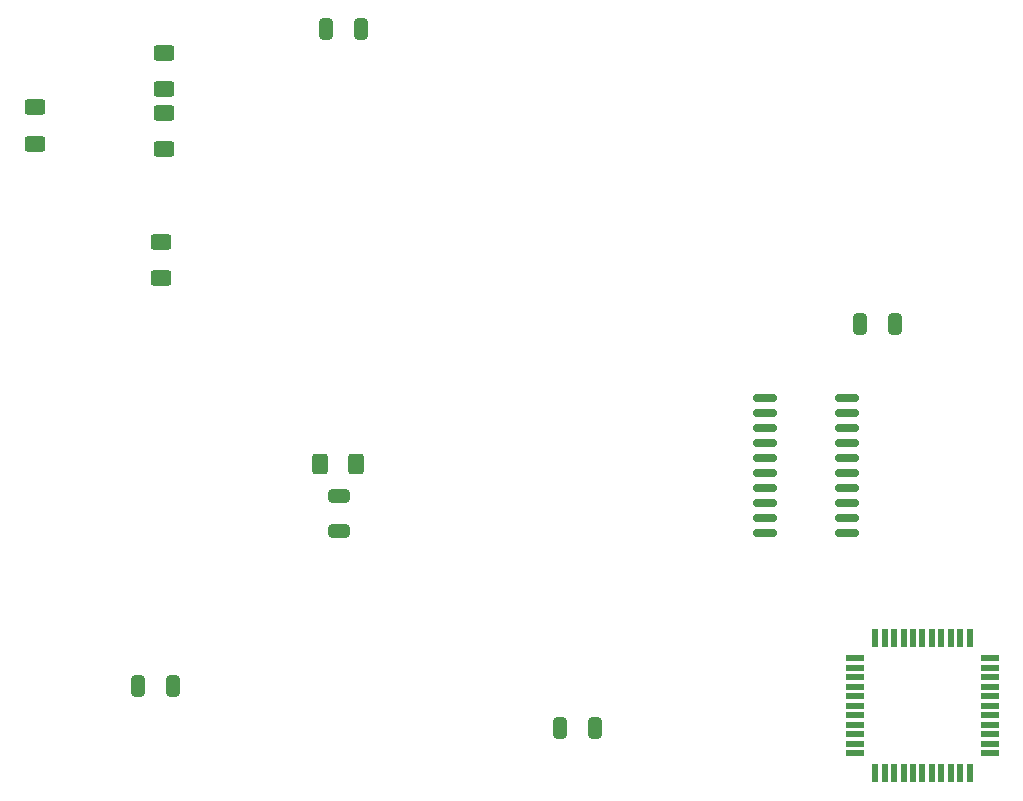
<source format=gbr>
%TF.GenerationSoftware,KiCad,Pcbnew,7.0.5-7.0.5~ubuntu20.04.1*%
%TF.CreationDate,2023-07-18T19:18:07+02:00*%
%TF.ProjectId,UC2_synertek_KTM2,5543325f-7379-46e6-9572-74656b5f4b54,rev?*%
%TF.SameCoordinates,Original*%
%TF.FileFunction,Paste,Top*%
%TF.FilePolarity,Positive*%
%FSLAX46Y46*%
G04 Gerber Fmt 4.6, Leading zero omitted, Abs format (unit mm)*
G04 Created by KiCad (PCBNEW 7.0.5-7.0.5~ubuntu20.04.1) date 2023-07-18 19:18:07*
%MOMM*%
%LPD*%
G01*
G04 APERTURE LIST*
G04 Aperture macros list*
%AMRoundRect*
0 Rectangle with rounded corners*
0 $1 Rounding radius*
0 $2 $3 $4 $5 $6 $7 $8 $9 X,Y pos of 4 corners*
0 Add a 4 corners polygon primitive as box body*
4,1,4,$2,$3,$4,$5,$6,$7,$8,$9,$2,$3,0*
0 Add four circle primitives for the rounded corners*
1,1,$1+$1,$2,$3*
1,1,$1+$1,$4,$5*
1,1,$1+$1,$6,$7*
1,1,$1+$1,$8,$9*
0 Add four rect primitives between the rounded corners*
20,1,$1+$1,$2,$3,$4,$5,0*
20,1,$1+$1,$4,$5,$6,$7,0*
20,1,$1+$1,$6,$7,$8,$9,0*
20,1,$1+$1,$8,$9,$2,$3,0*%
G04 Aperture macros list end*
%ADD10RoundRect,0.150000X-0.837500X-0.150000X0.837500X-0.150000X0.837500X0.150000X-0.837500X0.150000X0*%
%ADD11RoundRect,0.250000X-0.650000X0.325000X-0.650000X-0.325000X0.650000X-0.325000X0.650000X0.325000X0*%
%ADD12RoundRect,0.250000X0.400000X0.625000X-0.400000X0.625000X-0.400000X-0.625000X0.400000X-0.625000X0*%
%ADD13RoundRect,0.250000X-0.625000X0.400000X-0.625000X-0.400000X0.625000X-0.400000X0.625000X0.400000X0*%
%ADD14RoundRect,0.250000X-0.325000X-0.650000X0.325000X-0.650000X0.325000X0.650000X-0.325000X0.650000X0*%
%ADD15RoundRect,0.250000X0.325000X0.650000X-0.325000X0.650000X-0.325000X-0.650000X0.325000X-0.650000X0*%
%ADD16RoundRect,0.250000X0.625000X-0.400000X0.625000X0.400000X-0.625000X0.400000X-0.625000X-0.400000X0*%
%ADD17R,0.550000X1.500000*%
%ADD18R,1.500000X0.550000*%
G04 APERTURE END LIST*
D10*
%TO.C,U4*%
X164736300Y-92913200D03*
X164736300Y-94183200D03*
X164736300Y-95453200D03*
X164736300Y-96723200D03*
X164736300Y-97993200D03*
X164736300Y-99263200D03*
X164736300Y-100533200D03*
X164736300Y-101803200D03*
X164736300Y-103073200D03*
X164736300Y-104343200D03*
X171661300Y-104343200D03*
X171661300Y-103073200D03*
X171661300Y-101803200D03*
X171661300Y-100533200D03*
X171661300Y-99263200D03*
X171661300Y-97993200D03*
X171661300Y-96723200D03*
X171661300Y-95453200D03*
X171661300Y-94183200D03*
X171661300Y-92913200D03*
%TD*%
D11*
%TO.C,C5*%
X128593800Y-101266200D03*
X128593800Y-104216200D03*
%TD*%
D12*
%TO.C,R6*%
X130100000Y-98552000D03*
X127000000Y-98552000D03*
%TD*%
D13*
%TO.C,R17*%
X113792000Y-68782000D03*
X113792000Y-71882000D03*
%TD*%
%TO.C,R1*%
X102870000Y-68326000D03*
X102870000Y-71426000D03*
%TD*%
D14*
%TO.C,C4*%
X172770400Y-86700600D03*
X175720400Y-86700600D03*
%TD*%
D15*
%TO.C,C6*%
X130458000Y-61722000D03*
X127508000Y-61722000D03*
%TD*%
D16*
%TO.C,R8*%
X113538000Y-82804000D03*
X113538000Y-79704000D03*
%TD*%
D15*
%TO.C,C10*%
X150319000Y-120904000D03*
X147369000Y-120904000D03*
%TD*%
D13*
%TO.C,R20*%
X113792000Y-63702000D03*
X113792000Y-66802000D03*
%TD*%
D17*
%TO.C,U1*%
X174029000Y-124694805D03*
X174829000Y-124694805D03*
X175629000Y-124694805D03*
X176429000Y-124694805D03*
X177229000Y-124694805D03*
X178029000Y-124694805D03*
X178829000Y-124694805D03*
X179629000Y-124694805D03*
X180429000Y-124694805D03*
X181229000Y-124694805D03*
X182029000Y-124694805D03*
D18*
X183729000Y-122994805D03*
X183729000Y-122194805D03*
X183729000Y-121394805D03*
X183729000Y-120594805D03*
X183729000Y-119794805D03*
X183729000Y-118994805D03*
X183729000Y-118194805D03*
X183729000Y-117394805D03*
X183729000Y-116594805D03*
X183729000Y-115794805D03*
X183729000Y-114994805D03*
D17*
X182029000Y-113294805D03*
X181229000Y-113294805D03*
X180429000Y-113294805D03*
X179629000Y-113294805D03*
X178829000Y-113294805D03*
X178029000Y-113294805D03*
X177229000Y-113294805D03*
X176429000Y-113294805D03*
X175629000Y-113294805D03*
X174829000Y-113294805D03*
X174029000Y-113294805D03*
D18*
X172329000Y-114994805D03*
X172329000Y-115794805D03*
X172329000Y-116594805D03*
X172329000Y-117394805D03*
X172329000Y-118194805D03*
X172329000Y-118994805D03*
X172329000Y-119794805D03*
X172329000Y-120594805D03*
X172329000Y-121394805D03*
X172329000Y-122194805D03*
X172329000Y-122994805D03*
%TD*%
D15*
%TO.C,C1*%
X114555800Y-117348000D03*
X111605800Y-117348000D03*
%TD*%
M02*

</source>
